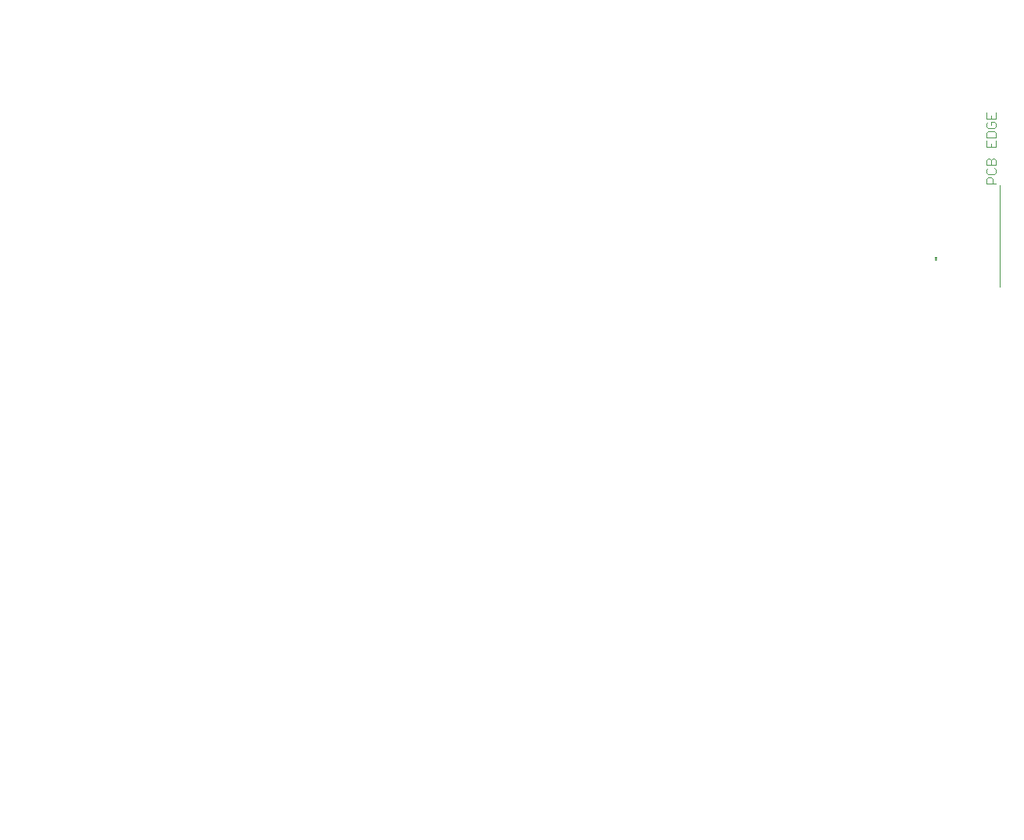
<source format=gtp>
G04*
G04 #@! TF.GenerationSoftware,Altium Limited,Altium Designer,22.0.2 (36)*
G04*
G04 Layer_Color=8421504*
%FSLAX25Y25*%
%MOIN*%
G70*
G04*
G04 #@! TF.SameCoordinates,5FA76A90-C183-4406-A071-8446DD7401C7*
G04*
G04*
G04 #@! TF.FilePolarity,Positive*
G04*
G01*
G75*
D10*
X717800Y471673D02*
X717133D01*
X717000Y471540D01*
Y471273D01*
X717133Y471140D01*
X717800D01*
X717000Y470474D02*
X717800D01*
X717400Y470873D01*
Y470340D01*
D12*
X744709Y458874D02*
Y502181D01*
D18*
X742937Y502969D02*
X739001D01*
Y504936D01*
X739657Y505592D01*
X740969D01*
X741625Y504936D01*
Y502969D01*
X739657Y509528D02*
X739001Y508872D01*
Y507560D01*
X739657Y506904D01*
X742281D01*
X742937Y507560D01*
Y508872D01*
X742281Y509528D01*
X739001Y510840D02*
X742937D01*
Y512808D01*
X742281Y513464D01*
X741625D01*
X740969Y512808D01*
Y510840D01*
Y512808D01*
X740313Y513464D01*
X739657D01*
X739001Y512808D01*
Y510840D01*
Y521335D02*
Y518712D01*
X742937D01*
Y521335D01*
X740969Y518712D02*
Y520023D01*
X739001Y522647D02*
X742937D01*
Y524615D01*
X742281Y525271D01*
X739657D01*
X739001Y524615D01*
Y522647D01*
X739657Y529207D02*
X739001Y528551D01*
Y527239D01*
X739657Y526583D01*
X742281D01*
X742937Y527239D01*
Y528551D01*
X742281Y529207D01*
X740969D01*
Y527895D01*
X739001Y533143D02*
Y530519D01*
X742937D01*
Y533143D01*
X740969Y530519D02*
Y531831D01*
D79*
X526500Y333968D02*
D03*
Y330031D02*
D03*
D84*
X359240Y248500D02*
D03*
X366327D02*
D03*
X373413D02*
D03*
X380500D02*
D03*
X362784Y252437D02*
D03*
X369870D02*
D03*
X376957D02*
D03*
X358256Y255587D02*
D03*
X381484D02*
D03*
X362784Y265823D02*
D03*
X369870D02*
D03*
X376957D02*
D03*
X359240Y269760D02*
D03*
X366327D02*
D03*
X373413D02*
D03*
X380500D02*
D03*
X358256Y262673D02*
D03*
X381484D02*
D03*
X354319Y266216D02*
D03*
Y259130D02*
D03*
Y252043D02*
D03*
Y244957D02*
D03*
Y237870D02*
D03*
X385421Y266216D02*
D03*
Y259130D02*
D03*
Y252043D02*
D03*
Y244957D02*
D03*
Y237870D02*
D03*
D139*
X715827Y468795D02*
D03*
X719173Y470173D02*
D03*
X715827Y471551D02*
D03*
D140*
X483417Y429673D02*
D03*
Y431642D02*
D03*
Y433610D02*
D03*
Y435579D02*
D03*
Y437547D02*
D03*
Y439516D02*
D03*
Y441484D02*
D03*
Y443453D02*
D03*
Y445421D02*
D03*
Y447390D02*
D03*
Y449358D02*
D03*
Y451327D02*
D03*
X510583D02*
D03*
Y449358D02*
D03*
Y447390D02*
D03*
Y445421D02*
D03*
Y443453D02*
D03*
Y441484D02*
D03*
Y439516D02*
D03*
Y437547D02*
D03*
Y435579D02*
D03*
Y433610D02*
D03*
Y431642D02*
D03*
Y429673D02*
D03*
D142*
X486173Y454083D02*
D03*
X488142D02*
D03*
X490110D02*
D03*
X492079D02*
D03*
X494047D02*
D03*
X496016D02*
D03*
X497984D02*
D03*
X499953D02*
D03*
X501921D02*
D03*
X503890D02*
D03*
X505858D02*
D03*
X507827D02*
D03*
Y426917D02*
D03*
X505858D02*
D03*
X503890D02*
D03*
X501921D02*
D03*
X499953D02*
D03*
X497984D02*
D03*
X496016D02*
D03*
X494047D02*
D03*
X492079D02*
D03*
X490110D02*
D03*
X488142D02*
D03*
X486173D02*
D03*
D146*
X673472Y514221D02*
D03*
Y521779D02*
D03*
X682528D02*
D03*
D147*
Y515008D02*
D03*
D148*
X404779Y406500D02*
D03*
X398874D02*
D03*
X414374D02*
D03*
X420280D02*
D03*
X441374Y332000D02*
D03*
X447280D02*
D03*
X329047Y275000D02*
D03*
X334953D02*
D03*
X330000Y240500D02*
D03*
X335906D02*
D03*
X330047Y254500D02*
D03*
X335953D02*
D03*
X397547Y388000D02*
D03*
X403453D02*
D03*
X530953Y380000D02*
D03*
X525047D02*
D03*
X531453Y357000D02*
D03*
X525547D02*
D03*
X539547Y316000D02*
D03*
X545453D02*
D03*
X478953Y514500D02*
D03*
X473047D02*
D03*
X478953Y494000D02*
D03*
X473047D02*
D03*
X462780Y332000D02*
D03*
X456874D02*
D03*
X426921Y509000D02*
D03*
X432827D02*
D03*
D149*
X615500Y436504D02*
D03*
D150*
Y427153D02*
D03*
D151*
X591500Y432453D02*
D03*
Y426547D02*
D03*
X560500Y433953D02*
D03*
Y428047D02*
D03*
X380000Y352547D02*
D03*
Y358453D02*
D03*
X418500Y411047D02*
D03*
Y416953D02*
D03*
X405000Y411095D02*
D03*
Y417000D02*
D03*
X387500Y437453D02*
D03*
Y431547D02*
D03*
X407000Y437953D02*
D03*
Y432047D02*
D03*
D152*
X335032Y265500D02*
D03*
X338968D02*
D03*
X426000Y431500D02*
D03*
X429937D02*
D03*
D153*
X497000Y440500D02*
D03*
D154*
X403327Y272827D02*
D03*
Y276173D02*
D03*
X406500Y293673D02*
D03*
Y290327D02*
D03*
X504500Y489673D02*
D03*
Y486327D02*
D03*
X499000Y494673D02*
D03*
Y491327D02*
D03*
X503000Y558173D02*
D03*
Y554827D02*
D03*
X359500Y290173D02*
D03*
Y286827D02*
D03*
X366000Y290673D02*
D03*
Y287327D02*
D03*
X372500Y290673D02*
D03*
Y287327D02*
D03*
X380000Y287653D02*
D03*
Y291000D02*
D03*
X388500Y291173D02*
D03*
Y287827D02*
D03*
X385500Y302673D02*
D03*
Y299327D02*
D03*
D155*
X569839Y523673D02*
D03*
X582437D02*
D03*
X569839Y545327D02*
D03*
X582437D02*
D03*
D156*
X402673Y377000D02*
D03*
X399327D02*
D03*
X403173Y369000D02*
D03*
X399827D02*
D03*
X400827Y362327D02*
D03*
X404173D02*
D03*
X465173Y422500D02*
D03*
X461827D02*
D03*
X707654Y478173D02*
D03*
X711000D02*
D03*
X460847Y427500D02*
D03*
X457500D02*
D03*
X708327Y463673D02*
D03*
X711673D02*
D03*
X414173Y509000D02*
D03*
X410827D02*
D03*
X443653Y496500D02*
D03*
X447000D02*
D03*
X418153Y256000D02*
D03*
X421500D02*
D03*
D157*
X383000Y366409D02*
D03*
Y369106D02*
D03*
Y371803D02*
D03*
Y374500D02*
D03*
Y377197D02*
D03*
X375126Y380701D02*
D03*
Y378024D02*
D03*
Y374087D02*
D03*
Y371528D02*
D03*
D158*
Y366941D02*
D03*
D159*
X728469Y483087D02*
D03*
Y480528D02*
D03*
Y485646D02*
D03*
Y477969D02*
D03*
Y475409D02*
D03*
D160*
X739000Y476000D02*
D03*
Y485055D02*
D03*
D161*
X502500Y572953D02*
D03*
Y567047D02*
D03*
D162*
X429453Y231500D02*
D03*
X423547D02*
D03*
D163*
X725500Y433799D02*
D03*
X725500Y446201D02*
D03*
D164*
X739000Y493864D02*
D03*
X739000Y467191D02*
D03*
M02*

</source>
